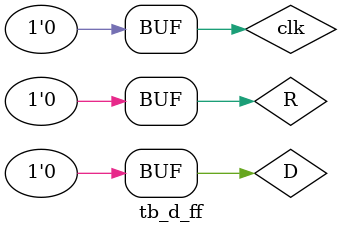
<source format=v>
`timescale 1ns / 1ps


module tb_d_ff;

	// Inputs
	reg D;
	reg R;
	reg clk;

	// Outputs
	wire Q;
	wire q;

	// Instantiate the Unit Under Test (UUT)
	d_ff uut (
		.D(D), 
		.R(R), 
		.Q(Q), 
		.q(q), 
		.clk(clk)
	);

	initial begin
		// Initialize Inputs
		R = 0;
		#10 R = 1'b1;
		#10 R = 1'b0;
		#10 R = 1'b1;
		#10 R = 1'b0;
		#10 R = 1'b1;
		#10 R = 1'b0;
	end
	
	initial begin
		// Initialize Inputs
		D = 0;
		#5 D = 1'b1;
		#5 D = 1'b0;
		#5 D = 1'b1;
		#5 D = 1'b0;
		#5 D = 1'b1;
		#5 D = 1'b0;
	end
   
	initial begin
		// Initialize Inputs
		
	   clk = 1'b1;
		#2 clk = 1'b0;
		#2 clk = 1'b1;
		#2 clk = 1'b0;
		#2 clk = 1'b1;
		#2 clk = 1'b0;
		#2 clk = 1'b1;
		#2 clk = 1'b0;
		#2 clk = 1'b1;
		#2 clk = 1'b0;
		#2 clk = 1'b1;
		#2 clk = 1'b0;
		#2 clk = 1'b1;
		#2 clk = 1'b0;
		#2 clk = 1'b1;
		#2 clk = 1'b0;
		#2 clk = 1'b1;
		#2 clk = 1'b0;
		#2 clk = 1'b1;
		#2 clk = 1'b0;
		#2 clk = 1'b1;
		#2 clk = 1'b0;
		#2 clk = 1'b1;
		#2 clk = 1'b0;
		#2 clk = 1'b1;
		#2 clk = 1'b0;
		#2 clk = 1'b1;
		#2 clk = 1'b0;
		#2 clk = 1'b1;
		#2 clk = 1'b0;
		#2 clk = 1'b1;
		#2 clk = 1'b0;
		#2 clk = 1'b1;
		#2 clk = 1'b0;
		#2 clk = 1'b1;
		#2 clk = 1'b0;
		#2 clk = 1'b1;
		#2 clk = 1'b0;
		#2 clk = 1'b1;
		#2 clk = 1'b0;
		#2 clk = 1'b1;
		#2 clk = 1'b0;
	end
   
	

   
endmodule


</source>
